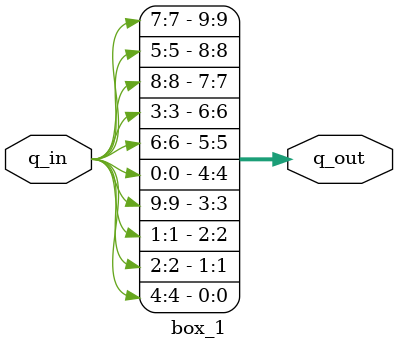
<source format=v>

module box_1(
	input			[9:0]q_in, 
	output wire	[9:0]q_out); 
	
	assign q_out = {q_in[7], q_in[5], q_in[8], q_in[3], q_in[6], q_in[0], q_in[9], q_in[1], q_in[2], q_in[4]};
	//assign q_out= {q_in[2], q_in[4], q_in[1], q_in[6], q_in[3], q_in[9], q_in[0], q_in[8], q_in[7], q_in[5]};
	
endmodule 
</source>
